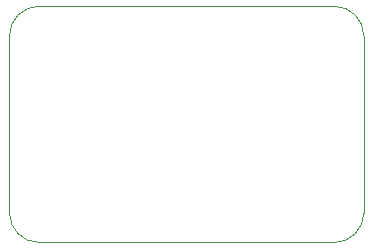
<source format=gbr>
%TF.GenerationSoftware,KiCad,Pcbnew,6.0.1-79c1e3a40b~116~ubuntu20.04.1*%
%TF.CreationDate,2022-01-29T12:29:04+01:00*%
%TF.ProjectId,filter,66696c74-6572-42e6-9b69-6361645f7063,rev?*%
%TF.SameCoordinates,Original*%
%TF.FileFunction,Profile,NP*%
%FSLAX46Y46*%
G04 Gerber Fmt 4.6, Leading zero omitted, Abs format (unit mm)*
G04 Created by KiCad (PCBNEW 6.0.1-79c1e3a40b~116~ubuntu20.04.1) date 2022-01-29 12:29:04*
%MOMM*%
%LPD*%
G01*
G04 APERTURE LIST*
%TA.AperFunction,Profile*%
%ADD10C,0.100000*%
%TD*%
G04 APERTURE END LIST*
D10*
X107500000Y-55000000D02*
X107500000Y-70000000D01*
X137500000Y-55000000D02*
G75*
G03*
X135000000Y-52500000I-2500000J0D01*
G01*
X110000000Y-72500000D02*
X135000000Y-72500000D01*
X107500000Y-70000000D02*
G75*
G03*
X110000000Y-72500000I2500000J0D01*
G01*
X135000000Y-72500000D02*
G75*
G03*
X137500000Y-70000000I0J2500000D01*
G01*
X110000000Y-52500000D02*
G75*
G03*
X107500000Y-55000000I0J-2500000D01*
G01*
X110000000Y-52500000D02*
X135000000Y-52500000D01*
X137500000Y-55000000D02*
X137500000Y-70000000D01*
M02*

</source>
